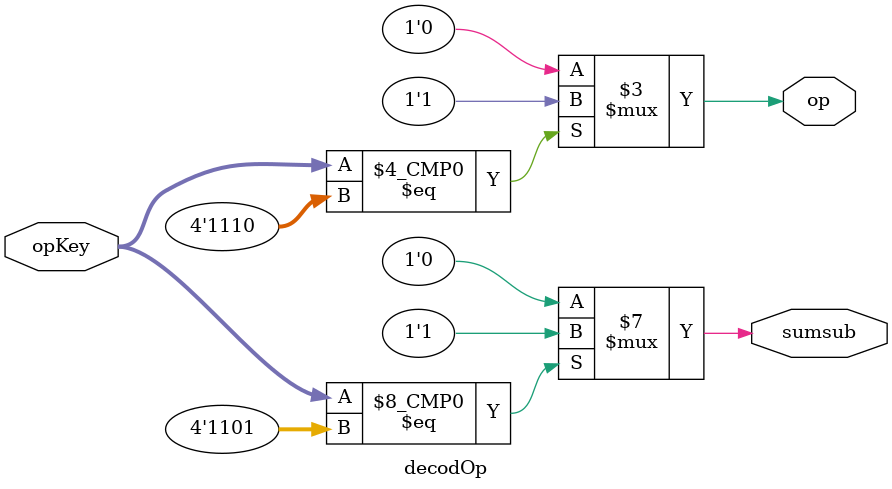
<source format=v>
/* LUT para as operacoes */
/* em sumsub 0 indica soma e 1 sub */
/* em op, 0 indica resultado de soma/sub e 1 indica mult */

module decodOp (opKey, sumsub, op);
	input [3:0] opKey;
	output reg sumsub;
	output reg op;

	always @(*)	
		case (opKey)
			4'b1100 : begin
				sumsub = 1'b0;
					 op = 1'b0;
			end
			4'b1101 : begin
				sumsub = 1'b1;
					 op = 1'b0;
			end
			4'b1110 : begin
				sumsub = 1'b0;
					 op = 1'b1;
			end 

			default : begin
				sumsub = 1'b0;
					 op = 1'b0;
			end
		endcase
		
endmodule
</source>
